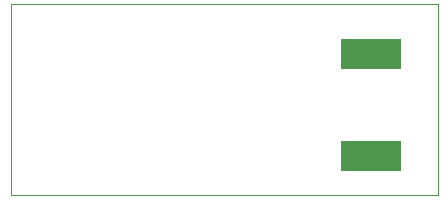
<source format=gbp>
G75*
G70*
%OFA0B0*%
%FSLAX24Y24*%
%IPPOS*%
%LPD*%
%AMOC8*
5,1,8,0,0,1.08239X$1,22.5*
%
%ADD10C,0.0000*%
%ADD11R,0.2000X0.1000*%
D10*
X003000Y000100D02*
X003000Y006470D01*
X017242Y006470D01*
X017242Y000100D01*
X003000Y000100D01*
D11*
X015000Y001400D03*
X015000Y004800D03*
M02*

</source>
